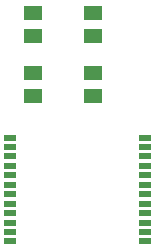
<source format=gbr>
G04 EAGLE Gerber RS-274X export*
G75*
%MOMM*%
%FSLAX34Y34*%
%LPD*%
%INSolderpaste Top*%
%IPPOS*%
%AMOC8*
5,1,8,0,0,1.08239X$1,22.5*%
G01*
%ADD10R,1.100000X0.600000*%
%ADD11R,1.500000X1.300000*%


D10*
X184000Y133800D03*
X184000Y141800D03*
X184000Y149800D03*
X184000Y157800D03*
X184000Y165800D03*
X184000Y173800D03*
X184000Y181800D03*
X184000Y189800D03*
X184000Y197800D03*
X184000Y205800D03*
X184000Y213800D03*
X184000Y221800D03*
X70000Y221800D03*
X70000Y213800D03*
X70000Y205800D03*
X70000Y197800D03*
X70000Y189800D03*
X70000Y181800D03*
X70000Y173800D03*
X70000Y165800D03*
X70000Y157800D03*
X70000Y149800D03*
X70000Y141800D03*
X70000Y133800D03*
D11*
X88900Y308000D03*
X88900Y327000D03*
X139700Y327000D03*
X139700Y308000D03*
X88900Y276200D03*
X88900Y257200D03*
X139700Y276200D03*
X139700Y257200D03*
M02*

</source>
